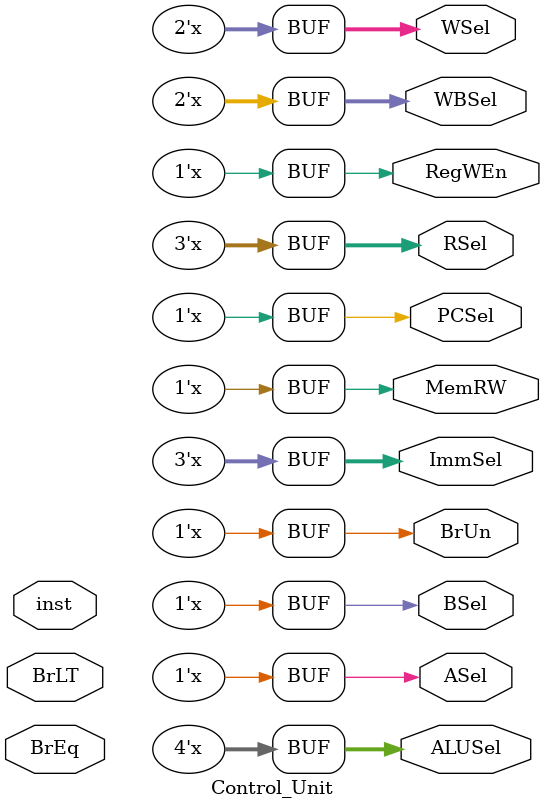
<source format=v>
module Control_Unit(inst,BrEq,BrLT,PCSel,ImmSel,RegWEn,BrUn,BSel,ASel,ALUSel,MemRW,RSel,WSel,WBSel);
input [31:0]inst;
input BrEq,BrLT;
reg [19:0]data; //cau truc: PCSel_ImmSel_RegWEn_BrUn_BSel_ASel_ALUSel_MemRW_RSel_WSel_WBSel
output reg PCSel,RegWEn,BrUn,BSel,ASel,MemRW;
output reg [2:0]ImmSel,RSel;
output reg [1:0]WSel,WBSel;
output reg [3:0]ALUSel;
//type
localparam R=5'b01100;
localparam Ic=5'b00100;
localparam Il=5'b00000;
localparam S=5'b01000;
localparam B=5'b11000;
localparam J=5'b11011;
localparam Jr=5'b11001;
//command
localparam add_sub =3'b000; localparam addi =3'b000; localparam lb =3'b000;
localparam beq =3'b000; localparam jalr =3'b000; localparam sb =3'b000;
localparam sll =3'b001; localparam slli =3'b001;  localparam sh =3'b001; localparam bne =3'b001;
localparam slt= 3'b010; localparam slti = 3'b010; localparam lh = 3'b010; localparam sw= 3'b010;
localparam sltu= 3'b011; localparam sltiu= 3'b011;  localparam lw= 3'b011;
localparam _xor= 3'b100; localparam _xori= 3'b100; localparam lbu= 3'b100; localparam blt= 3'b100;
localparam srl_sra= 3'b101; localparam srli_srai= 3'b101; localparam bge= 3'b101; 
localparam _or = 3'b110; localparam _ori = 3'b110; localparam lhu = 3'b110; localparam bltu = 3'b110;
localparam _and = 3'b111; localparam _andi = 3'b111; localparam bgeu = 3'b111;
//operation
always @ (*) begin
case(inst[6:2])
	R: begin 
		case(inst[14:12])
		add_sub: begin 
				if (inst[30]) data<=20'b0_101_1_0_0_0_0001_0_111_11_01;
				else data<=20'b0_101_1_0_0_0_0000_0_111_11_01;
			end
		sll: data<=20'b0_101_1_0_0_0_0010_0_111_11_01;
		slt: data<=20'b0_101_1_0_0_0_0011_0_111_11_01;
		sltu: data<=20'b0_101_1_0_0_0_0100_0_111_11_01;
		_xor: data<=20'b0_101_1_0_0_0_0101_0_111_11_01;
		srl_sra: begin 
				if (inst[30]) data<=20'b0_101_1_0_0_0_0110_0_111_11_01;
				else data<=20'b0_101_1_0_0_0_0111_0_111_11_01;
			end			
		_or: data<=20'b0_101_1_0_0_0_1000_0_111_11_01;
		_and: data<=20'b0_101_1_0_0_0_1001_0_111_11_01;
		endcase
	   end
	Ic: begin
		case(inst[14:12])
		addi: data<=20'b0_000_1_0_1_0_0000_0_111_11_01;
		slti: data<=20'b0_000_1_0_1_0_0011_0_111_11_01;
		sltiu: data<=20'b0_000_1_0_1_0_0100_0_111_11_01;
		_xori: data<=20'b0_000_1_0_1_0_0101_0_111_11_01;
		_or: data<=20'b0_000_1_0_1_0_1000_0_111_11_01;
		_andi: data<=20'b0_000_1_0_1_0_1001_0_111_11_01;
		slli: if (inst[30]==0) data<=20'b0_001_1_0_1_0_0010_0_111_11_01;
		srli_srai: begin
				if(inst[30]) data<=20'b0_001_1_0_1_0_0111_0_111_11_01;
				else data<=20'b0_001_1_0_1_0_0110_0_111_11_01;
			end
	     	endcase
	     end
	Il:  begin
		case(inst[14:12])
		lb: data<= 20'b0_000_1_0_1_0_0000_0_001_11_00;
		lh: data<= 20'b0_000_1_0_1_0_0000_0_010_11_00;
		lw: data<= 20'b0_000_1_0_1_0_0000_0_000_11_00;
		lbu: data<= 20'b0_100_1_0_1_0_0000_0_101_11_00;
		lhu: data<= 20'b0_100_1_0_1_0_0000_0_110_11_00;
		endcase
	     end
	S:  begin
		case(inst[14:12])
		sb: data<= 20'b0_010_0_0_1_0_0000_1_111_01_00;
		sh: data<= 20'b0_010_0_0_1_0_0000_1_111_10_00;
		sw: data<= 20'b0_010_0_0_1_0_0000_1_111_00_00;
	    	endcase
	    end
	B: begin
		case(inst[14:12])
		beq: begin
			 BrUn=1'b1;
			 if(BrEq) data<= 20'b1_011_0_1_1_1_0000_0_111_11_00;
			 else data<= 20'b0_101_0_1_0_0_0000_0_111_11_00;
		     end
		bne: begin
			BrUn=1'b1;
			 if(BrEq==0) data<= 20'b1_011_0_1_1_1_0000_0_111_11_00;
			 else data<= 20'b0_101_0_1_0_0_0000_0_111_11_00;
		      end
		blt: begin
			BrUn=1'b1;
			 if(BrEq==0 && BrLT==1) data<= 20'b1_011_0_1_1_1_0000_0_111_11_00;
			 else data<= 20'b0_101_0_1_0_0_0000_0_111_11_00;
		      end
		bge: begin
			BrUn=1'b1;
			 if(BrEq==1 || BrLT==0) data<= 20'b1_011_0_1_1_1_0000_0_111_11_00;
			 else data<= 20'b0_101_0_1_0_0_0000_0_111_11_00;
		      end
		bltu: begin
			 BrUn=1'b0;
			 if(BrEq==0 && BrLT==1) data<= 20'b1_111_0_0_1_1_0000_0_111_11_00;
			 else data<= 20'b0_101_0_1_0_0_0000_0_111_11_00;
		       end
		bgeu: begin
			 BrUn=1'b0;
			 if(BrEq==1 || BrLT==0) data<= 20'b1_111_0_0_1_1_0000_0_111_11_00;
			 else data<= 20'b0_101_0_1_0_0_0000_0_111_11_00;
		      end
		endcase
	     	end
	J: data <= 20'b1_110_1_0_1_1_0000_0_111_11_10;
	Jr: data <= 20'b1_000_1_0_1_0_0000_0_111_11_10;
endcase
PCSel<= data[19];
ImmSel <=data[18:16];
RegWEn <=data[15];
BrUn <= data [14];
BSel <= data [13];
ASel <= data [12];
ALUSel <= data [11:8];
MemRW <= data[7];
RSel <= data[6:4];
WSel <= data[3:2];
WBSel <= data[1:0];
end
endmodule

</source>
